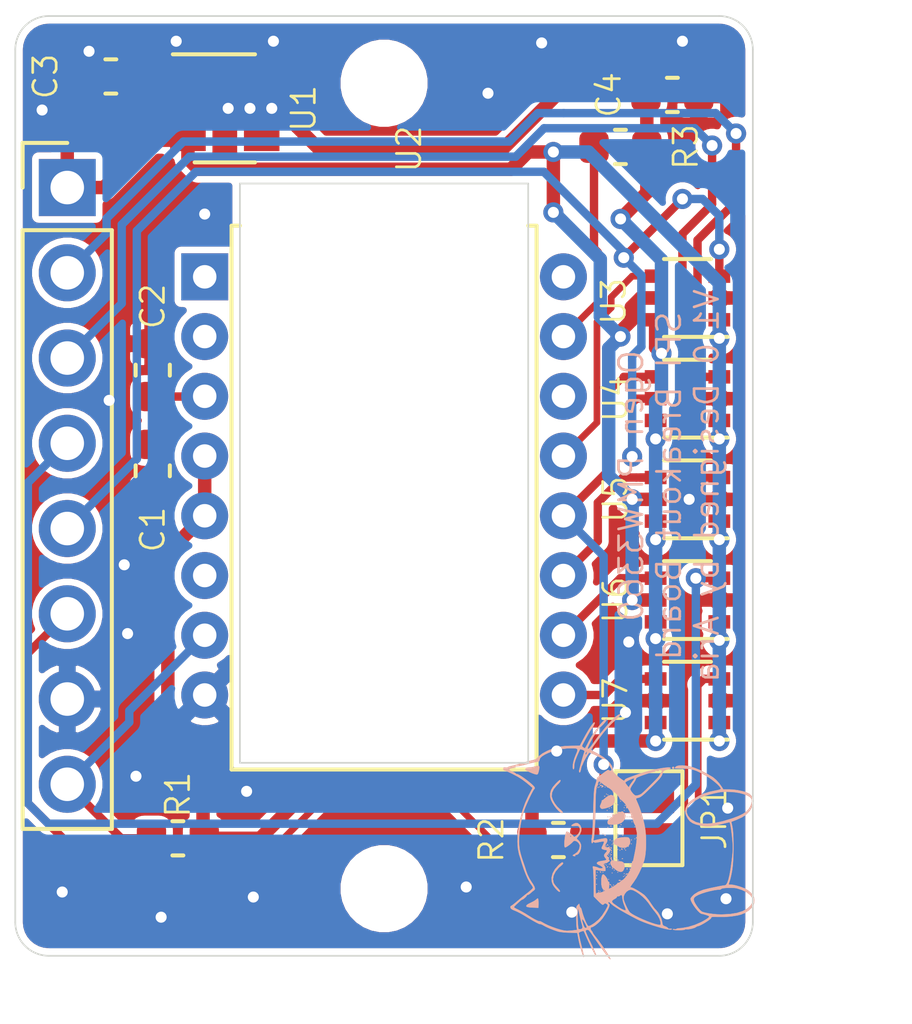
<source format=kicad_pcb>
(kicad_pcb (version 20171130) (host pcbnew "(5.1.6)-1")
  (layers (0 F.Cu signal) (31 B.Cu signal) (34 B.Paste user) (35 F.Paste user) (36 B.SilkS user) (37 F.SilkS user) (38 B.Mask user) (39 F.Mask user) (44 Edge.Cuts user))
  (net 0 "")
  (net 1 GND)
  (net 2 "Net-(C1-Pad1)")
  (net 3 VCC)
  (net 4 NRESET)
  (net 5 MOT-H)
  (net 6 SS-H)
  (net 7 SCLK-H)
  (net 8 MOSI-H)
  (net 9 MISO-H)
  (net 10 "Net-(JP1-Pad1)")
  (net 11 MISO)
  (net 12 "Net-(R3-Pad2)")
  (net 13 "Net-(U1-Pad4)")
  (net 14 MOT)
  (net 15 "Net-(U2-Pad1)")
  (net 16 SCLK)
  (net 17 "Net-(U2-Pad2)")
  (net 18 MOSI)
  (net 19 SS)
  (net 20 "Net-(U2-Pad14)")
  (net 21 "Net-(U2-Pad6)")
  (net 22 "Net-(U2-Pad16)")
  (net 23 VDD)
  (module "Custom Parts:Catmelon_Small" (layer B.Cu) (at 41.2 35.95 270)
    (fp_text reference G*** hide)
    (fp_text value LOGO hide)
  )
  (module Connector_PinHeader_2.54mm:PinHeader_1x08_P2.54mm_Vertical (layer F.Cu) (at 25.55 25)
    (fp_text reference J1 hide)
    (fp_text value Input)
    (pad 8 thru_hole oval (at 0 8.89) (size 1.7 1.7) (drill 1) (layers *.Cu *.Mask) (net 4 NRESET))
    (pad 7 thru_hole oval (at 0 6.35) (size 1.7 1.7) (drill 1) (layers *.Cu *.Mask) (net 1 GND))
    (pad 6 thru_hole oval (at 0 3.81) (size 1.7 1.7) (drill 1) (layers *.Cu *.Mask) (net 5 MOT-H))
    (pad 5 thru_hole oval (at 0 1.27) (size 1.7 1.7) (drill 1) (layers *.Cu *.Mask) (net 6 SS-H))
    (pad 4 thru_hole oval (at 0 -1.27) (size 1.7 1.7) (drill 1) (layers *.Cu *.Mask) (net 7 SCLK-H))
    (pad 3 thru_hole oval (at 0 -3.81) (size 1.7 1.7) (drill 1) (layers *.Cu *.Mask) (net 8 MOSI-H))
    (pad 2 thru_hole oval (at 0 -6.35) (size 1.7 1.7) (drill 1) (layers *.Cu *.Mask) (net 9 MISO-H))
    (pad 1 thru_hole rect (at 0 -8.89) (size 1.7 1.7) (drill 1) (layers *.Cu *.Mask) (net 3 VCC))
  )
  (module MountingHole:MountingHole_2.2mm_M2 (layer F.Cu) (at 35 37)
    (fp_text reference REF** hide)
    (fp_text value MountingHole_2.2mm_M2)
    (pad 1 np_thru_hole circle (at 0 0) (size 2.2 2.2) (drill 2.2) (layers *.Cu *.Mask))
  )
  (module MountingHole:MountingHole_2.2mm_M2 (layer F.Cu) (at 35 13)
    (fp_text reference REF** hide)
    (fp_text value MountingHole_2.2mm_M2)
    (pad 1 np_thru_hole circle (at 0 0) (size 2.2 2.2) (drill 2.2) (layers *.Cu *.Mask))
  )
  (module Resistor_SMD:R_0603_1608Metric (layer F.Cu) (at 42.05 14.9 180)
    (fp_text reference R3 (at -1.95 0 90) (layer F.SilkS) (effects (font (size 0.7 0.7) (thickness 0.08))))
    (fp_text value 39R)
    (pad 1 smd roundrect (at -0.7875 0 180) (size 0.875 0.95) (layers F.Cu F.Paste F.Mask) (net 23 VDD))
    (pad 2 smd roundrect (at 0.7875 0 180) (size 0.875 0.95) (layers F.Cu F.Paste F.Mask) (net 12 "Net-(R3-Pad2)"))
  )
  (module Package_TO_SOT_SMD:SOT-23-5 (layer F.Cu) (at 30.25 13.75)
    (fp_text reference U1 (at 2.35 0 90) (layer F.SilkS) (effects (font (size 0.7 0.7) (thickness 0.08))))
    (fp_text value TLV70019)
    (pad 5 smd rect (at 1.1 -0.95) (size 1.06 0.65) (layers F.Cu F.Paste F.Mask) (net 23 VDD))
    (pad 4 smd rect (at 1.1 0.95) (size 1.06 0.65) (layers F.Cu F.Paste F.Mask) (net 13 "Net-(U1-Pad4)"))
    (pad 3 smd rect (at -1.1 0.95) (size 1.06 0.65) (layers F.Cu F.Paste F.Mask) (net 3 VCC))
    (pad 2 smd rect (at -1.1 0) (size 1.06 0.65) (layers F.Cu F.Paste F.Mask) (net 1 GND))
    (pad 1 smd rect (at -1.1 -0.95) (size 1.06 0.65) (layers F.Cu F.Paste F.Mask) (net 3 VCC))
  )
  (module Package_TO_SOT_SMD:SOT-363_SC-70-6 (layer F.Cu) (at 44.05 31.4 180)
    (fp_text reference U7 (at 2.15 0 90) (layer F.SilkS) (effects (font (size 0.7 0.7) (thickness 0.08))))
    (fp_text value SN74LVC1T45DCK)
    (pad 1 smd rect (at -0.95 -0.65 180) (size 0.65 0.4) (layers F.Cu F.Paste F.Mask) (net 3 VCC))
    (pad 3 smd rect (at -0.95 0.65 180) (size 0.65 0.4) (layers F.Cu F.Paste F.Mask) (net 5 MOT-H))
    (pad 5 smd rect (at 0.95 0 180) (size 0.65 0.4) (layers F.Cu F.Paste F.Mask) (net 1 GND))
    (pad 2 smd rect (at -0.95 0 180) (size 0.65 0.4) (layers F.Cu F.Paste F.Mask) (net 1 GND))
    (pad 4 smd rect (at 0.95 0.65 180) (size 0.65 0.4) (layers F.Cu F.Paste F.Mask) (net 14 MOT))
    (pad 6 smd rect (at 0.95 -0.65 180) (size 0.65 0.4) (layers F.Cu F.Paste F.Mask) (net 23 VDD))
  )
  (module Package_TO_SOT_SMD:SOT-363_SC-70-6 (layer F.Cu) (at 44.05 28.4 180)
    (fp_text reference U6 (at 2.15 0 90) (layer F.SilkS) (effects (font (size 0.7 0.7) (thickness 0.08))))
    (fp_text value SN74LVC1T45DCK)
    (pad 1 smd rect (at -0.95 -0.65 180) (size 0.65 0.4) (layers F.Cu F.Paste F.Mask) (net 3 VCC))
    (pad 3 smd rect (at -0.95 0.65 180) (size 0.65 0.4) (layers F.Cu F.Paste F.Mask) (net 7 SCLK-H))
    (pad 5 smd rect (at 0.95 0 180) (size 0.65 0.4) (layers F.Cu F.Paste F.Mask) (net 3 VCC))
    (pad 2 smd rect (at -0.95 0 180) (size 0.65 0.4) (layers F.Cu F.Paste F.Mask) (net 1 GND))
    (pad 4 smd rect (at 0.95 0.65 180) (size 0.65 0.4) (layers F.Cu F.Paste F.Mask) (net 16 SCLK))
    (pad 6 smd rect (at 0.95 -0.65 180) (size 0.65 0.4) (layers F.Cu F.Paste F.Mask) (net 23 VDD))
  )
  (module Package_TO_SOT_SMD:SOT-363_SC-70-6 (layer F.Cu) (at 44.05 25.4 180)
    (fp_text reference U5 (at 2.15 0 90) (layer F.SilkS) (effects (font (size 0.7 0.7) (thickness 0.08))))
    (fp_text value SN74LVC1T45DCK)
    (pad 1 smd rect (at -0.95 -0.65 180) (size 0.65 0.4) (layers F.Cu F.Paste F.Mask) (net 3 VCC))
    (pad 3 smd rect (at -0.95 0.65 180) (size 0.65 0.4) (layers F.Cu F.Paste F.Mask) (net 8 MOSI-H))
    (pad 5 smd rect (at 0.95 0 180) (size 0.65 0.4) (layers F.Cu F.Paste F.Mask) (net 3 VCC))
    (pad 2 smd rect (at -0.95 0 180) (size 0.65 0.4) (layers F.Cu F.Paste F.Mask) (net 1 GND))
    (pad 4 smd rect (at 0.95 0.65 180) (size 0.65 0.4) (layers F.Cu F.Paste F.Mask) (net 18 MOSI))
    (pad 6 smd rect (at 0.95 -0.65 180) (size 0.65 0.4) (layers F.Cu F.Paste F.Mask) (net 23 VDD))
  )
  (module Package_TO_SOT_SMD:SOT-363_SC-70-6 (layer F.Cu) (at 44.05 22.4 180)
    (fp_text reference U4 (at 2.15 0 90) (layer F.SilkS) (effects (font (size 0.7 0.7) (thickness 0.08))))
    (fp_text value SN74LVC1T45DCK)
    (pad 1 smd rect (at -0.95 -0.65 180) (size 0.65 0.4) (layers F.Cu F.Paste F.Mask) (net 3 VCC))
    (pad 3 smd rect (at -0.95 0.65 180) (size 0.65 0.4) (layers F.Cu F.Paste F.Mask) (net 9 MISO-H))
    (pad 5 smd rect (at 0.95 0 180) (size 0.65 0.4) (layers F.Cu F.Paste F.Mask) (net 6 SS-H))
    (pad 2 smd rect (at -0.95 0 180) (size 0.65 0.4) (layers F.Cu F.Paste F.Mask) (net 1 GND))
    (pad 4 smd rect (at 0.95 0.65 180) (size 0.65 0.4) (layers F.Cu F.Paste F.Mask) (net 11 MISO))
    (pad 6 smd rect (at 0.95 -0.65 180) (size 0.65 0.4) (layers F.Cu F.Paste F.Mask) (net 23 VDD))
  )
  (module Package_TO_SOT_SMD:SOT-363_SC-70-6 (layer F.Cu) (at 44.05 19.4 180)
    (fp_text reference U3 (at 2.2 -0.1 90) (layer F.SilkS) (effects (font (size 0.7 0.7) (thickness 0.08))))
    (fp_text value SN74LVC1T45DCK)
    (pad 1 smd rect (at -0.95 -0.65 180) (size 0.65 0.4) (layers F.Cu F.Paste F.Mask) (net 3 VCC))
    (pad 3 smd rect (at -0.95 0.65 180) (size 0.65 0.4) (layers F.Cu F.Paste F.Mask) (net 6 SS-H))
    (pad 5 smd rect (at 0.95 0 180) (size 0.65 0.4) (layers F.Cu F.Paste F.Mask) (net 3 VCC))
    (pad 2 smd rect (at -0.95 0 180) (size 0.65 0.4) (layers F.Cu F.Paste F.Mask) (net 1 GND))
    (pad 4 smd rect (at 0.95 0.65 180) (size 0.65 0.4) (layers F.Cu F.Paste F.Mask) (net 19 SS))
    (pad 6 smd rect (at 0.95 -0.65 180) (size 0.65 0.4) (layers F.Cu F.Paste F.Mask) (net 23 VDD))
  )
  (module "Custom Parts:PMW3360DM-T2QU" (layer F.Cu) (at 35 25)
    (fp_text reference U2 (at 0.746 -10.04 270) (layer F.SilkS) (effects (font (size 0.7 0.7) (thickness 0.08))))
    (fp_text value PMW3360DM-T2QU)
    (fp_line (start 4.3 -9.01) (end -4.3 -9.01) (layer Edge.Cuts) (width 0.05))
    (fp_line (start 4.3 8.25) (end -4.3 8.25) (layer Edge.Cuts) (width 0.05))
    (fp_line (start -4.3 -9.01) (end -4.3 8.25) (layer Edge.Cuts) (width 0.05))
    (fp_line (start 4.3 -9.01) (end 4.3 8.25) (layer Edge.Cuts) (width 0.05))
    (pad 9 thru_hole circle (at 5.35 6.23 180) (size 1.4 1.4) (drill 0.7) (layers *.Cu *.Mask) (net 14 MOT))
    (pad 1 thru_hole rect (at -5.35 -6.23 180) (size 1.4 1.4) (drill 0.7) (layers *.Cu *.Mask) (net 15 "Net-(U2-Pad1)"))
    (pad 10 thru_hole circle (at 5.35 4.45 180) (size 1.4 1.4) (drill 0.7) (layers *.Cu *.Mask) (net 16 SCLK))
    (pad 2 thru_hole circle (at -5.35 -4.45 180) (size 1.4 1.4) (drill 0.7) (layers *.Cu *.Mask) (net 17 "Net-(U2-Pad2)"))
    (pad 11 thru_hole circle (at 5.35 2.67 180) (size 1.4 1.4) (drill 0.7) (layers *.Cu *.Mask) (net 18 MOSI))
    (pad 3 thru_hole circle (at -5.35 -2.67 180) (size 1.4 1.4) (drill 0.7) (layers *.Cu *.Mask) (net 2 "Net-(C1-Pad1)"))
    (pad 12 thru_hole circle (at 5.35 0.89 180) (size 1.4 1.4) (drill 0.7) (layers *.Cu *.Mask) (net 11 MISO))
    (pad 4 thru_hole circle (at -5.35 -0.89 180) (size 1.4 1.4) (drill 0.7) (layers *.Cu *.Mask) (net 23 VDD))
    (pad 13 thru_hole circle (at 5.35 -0.89 180) (size 1.4 1.4) (drill 0.7) (layers *.Cu *.Mask) (net 19 SS))
    (pad 5 thru_hole circle (at -5.35 0.89 180) (size 1.4 1.4) (drill 0.7) (layers *.Cu *.Mask) (net 23 VDD))
    (pad 14 thru_hole circle (at 5.35 -2.67 180) (size 1.4 1.4) (drill 0.7) (layers *.Cu *.Mask) (net 20 "Net-(U2-Pad14)"))
    (pad 6 thru_hole circle (at -5.35 2.67 180) (size 1.4 1.4) (drill 0.7) (layers *.Cu *.Mask) (net 21 "Net-(U2-Pad6)"))
    (pad 15 thru_hole circle (at 5.35 -4.45 180) (size 1.4 1.4) (drill 0.7) (layers *.Cu *.Mask) (net 12 "Net-(R3-Pad2)"))
    (pad 7 thru_hole circle (at -5.35 4.45 180) (size 1.4 1.4) (drill 0.7) (layers *.Cu *.Mask) (net 4 NRESET))
    (pad 16 thru_hole circle (at 5.35 -6.23 180) (size 1.4 1.4) (drill 0.7) (layers *.Cu *.Mask) (net 22 "Net-(U2-Pad16)"))
    (pad 8 thru_hole circle (at -5.35 6.23 180) (size 1.4 1.4) (drill 0.7) (layers *.Cu *.Mask) (net 1 GND))
  )
  (module Resistor_SMD:R_0603_1608Metric (layer F.Cu) (at 40.2 35.55 180)
    (fp_text reference R2 (at 2 0 90) (layer F.SilkS) (effects (font (size 0.7 0.7) (thickness 0.08))))
    (fp_text value 10k)
    (pad 2 smd roundrect (at 0.7875 0 180) (size 0.875 0.95) (layers F.Cu F.Paste F.Mask) (net 23 VDD))
    (pad 1 smd roundrect (at -0.7875 0 180) (size 0.875 0.95) (layers F.Cu F.Paste F.Mask) (net 10 "Net-(JP1-Pad1)"))
  )
  (module Resistor_SMD:R_0603_1608Metric (layer F.Cu) (at 28.85 35.5)
    (fp_text reference R1 (at 0 -1.3 90) (layer F.SilkS) (effects (font (size 0.7 0.7) (thickness 0.08))))
    (fp_text value 10k)
    (pad 1 smd roundrect (at -0.7875 0) (size 0.875 0.95) (layers F.Cu F.Paste F.Mask) (net 4 NRESET))
    (pad 2 smd roundrect (at 0.7875 0) (size 0.875 0.95) (layers F.Cu F.Paste F.Mask) (net 23 VDD))
  )
  (module Jumper:SolderJumper-2_P1.3mm_Open_Pad1.0x1.5mm (layer F.Cu) (at 42.9 34.9 90)
    (fp_text reference JP1 (at 0 1.95 270) (layer F.SilkS) (effects (font (size 0.7 0.7) (thickness 0.08))))
    (fp_text value Jumper)
    (pad 1 smd rect (at -0.65 0 90) (size 1 1.5) (layers F.Cu F.Mask) (net 10 "Net-(JP1-Pad1)"))
    (pad 2 smd rect (at 0.65 0 90) (size 1 1.5) (layers F.Cu F.Mask) (net 11 MISO))
  )
  (module Capacitor_SMD:C_0603_1608Metric (layer F.Cu) (at 43.6 13.35)
    (fp_text reference C4 (at -1.9 0 90) (layer F.SilkS) (effects (font (size 0.7 0.7) (thickness 0.08))))
    (fp_text value 1uF)
    (pad 2 smd roundrect (at 0.7875 0) (size 0.875 0.95) (layers F.Cu F.Paste F.Mask) (net 1 GND))
    (pad 1 smd roundrect (at -0.7875 0) (size 0.875 0.95) (layers F.Cu F.Paste F.Mask) (net 23 VDD))
  )
  (module Capacitor_SMD:C_0603_1608Metric (layer F.Cu) (at 26.85 12.8 180)
    (fp_text reference C3 (at 1.95 0 90) (layer F.SilkS) (effects (font (size 0.7 0.7) (thickness 0.08))))
    (fp_text value 1uF)
    (pad 2 smd roundrect (at 0.7875 0 180) (size 0.875 0.95) (layers F.Cu F.Paste F.Mask) (net 1 GND))
    (pad 1 smd roundrect (at -0.7875 0 180) (size 0.875 0.95) (layers F.Cu F.Paste F.Mask) (net 3 VCC))
  )
  (module Capacitor_SMD:C_0603_1608Metric (layer F.Cu) (at 28.1 21.55 90)
    (fp_text reference C2 (at 1.9 0 270) (layer F.SilkS) (effects (font (size 0.7 0.7) (thickness 0.08))))
    (fp_text value 100nF)
    (pad 2 smd roundrect (at 0.7875 0 90) (size 0.875 0.95) (layers F.Cu F.Paste F.Mask) (net 1 GND))
    (pad 1 smd roundrect (at -0.7875 0 90) (size 0.875 0.95) (layers F.Cu F.Paste F.Mask) (net 2 "Net-(C1-Pad1)"))
  )
  (module Capacitor_SMD:C_0603_1608Metric (layer F.Cu) (at 28.1 24.55 270)
    (fp_text reference C1 (at 1.75 0 270) (layer F.SilkS) (effects (font (size 0.7 0.7) (thickness 0.08))))
    (fp_text value 4.7uF)
    (pad 2 smd roundrect (at 0.7875 0 270) (size 0.875 0.95) (layers F.Cu F.Paste F.Mask) (net 1 GND))
    (pad 1 smd roundrect (at -0.7875 0 270) (size 0.875 0.95) (layers F.Cu F.Paste F.Mask) (net 2 "Net-(C1-Pad1)"))
  )
  (gr_arc (start 25 38) (end 24 38) (angle -90) (layer Edge.Cuts) (width 0.05))
  (gr_arc (start 25 12) (end 25 11) (angle -90) (layer Edge.Cuts) (width 0.05))
  (gr_arc (start 45 12) (end 46 12) (angle -90) (layer Edge.Cuts) (width 0.05))
  (gr_arc (start 45 38) (end 45 39) (angle -90) (layer Edge.Cuts) (width 0.05))
  (gr_text "Ogen PMW3360\nSPI Breakout Board\nV1.0 Designed by Aria" (at 43.5 25 90) (layer B.SilkS) (effects (font (size 0.7 0.7) (thickness 0.08)) (justify mirror)))
  (gr_line (start 46 38) (end 46 12) (layer Edge.Cuts) (width 0.05))
  (gr_line (start 45 11) (end 25 11) (layer Edge.Cuts) (width 0.05))
  (gr_line (start 24 12) (end 24 38) (layer Edge.Cuts) (width 0.05))
  (gr_line (start 25 39) (end 45 39) (layer Edge.Cuts) (width 0.05))
  (via (at 31.65 13.75) (size 0.6) (drill 0.33) (layers F.Cu B.Cu) (net 1))
  (via (at 31 13.75) (size 0.6) (drill 0.33) (layers F.Cu B.Cu) (net 1))
  (via (at 30.35 13.75) (size 0.6) (drill 0.33) (layers F.Cu B.Cu) (net 1))
  (via (at 25.4 37.1) (size 0.6) (drill 0.33) (layers F.Cu B.Cu) (net 1))
  (via (at 45.2 37.3) (size 0.6) (drill 0.33) (layers F.Cu B.Cu) (net 1))
  (via (at 31.1 37.25) (size 0.6) (drill 0.33) (layers F.Cu B.Cu) (net 1))
  (via (at 42.2 31.75) (size 0.6) (drill 0.33) (layers F.Cu B.Cu) (net 1))
  (via (at 42.3 29.65) (size 0.6) (drill 0.33) (layers F.Cu B.Cu) (net 1))
  (via (at 44.1 25.4) (size 0.6) (drill 0.33) (layers F.Cu B.Cu) (net 1))
  (via (at 27.6 33.65) (size 0.6) (drill 0.33) (layers F.Cu B.Cu) (net 1))
  (via (at 40.15 32.9) (size 0.6) (drill 0.33) (layers F.Cu B.Cu) (net 1))
  (via (at 30.9 34.1) (size 0.6) (drill 0.33) (layers F.Cu B.Cu) (net 1))
  (via (at 45.25 34.6) (size 0.6) (drill 0.33) (layers F.Cu B.Cu) (net 1))
  (via (at 43.45 37.75) (size 0.6) (drill 0.33) (layers F.Cu B.Cu) (net 1))
  (via (at 28.35 37.85) (size 0.6) (drill 0.33) (layers F.Cu B.Cu) (net 1))
  (via (at 31.7 11.75) (size 0.6) (drill 0.33) (layers F.Cu B.Cu) (net 1))
  (via (at 28.8 11.75) (size 0.6) (drill 0.33) (layers F.Cu B.Cu) (net 1))
  (via (at 43.9 11.75) (size 0.6) (drill 0.33) (layers F.Cu B.Cu) (net 1))
  (via (at 24.8 13.8) (size 0.6) (drill 0.33) (layers F.Cu B.Cu) (net 1))
  (via (at 40.6 37.7) (size 0.6) (drill 0.33) (layers F.Cu B.Cu) (net 1))
  (via (at 37.45 36.95) (size 0.6) (drill 0.33) (layers F.Cu B.Cu) (net 1))
  (via (at 26.2 12.05) (size 0.6) (drill 0.33) (layers F.Cu B.Cu) (net 1))
  (via (at 39.7 11.8) (size 0.6) (drill 0.33) (layers F.Cu B.Cu) (net 1))
  (via (at 27.35 29.4) (size 0.6) (drill 0.33) (layers F.Cu B.Cu) (net 1))
  (via (at 27.25 27.35) (size 0.6) (drill 0.33) (layers F.Cu B.Cu) (net 1))
  (via (at 26.8 22.45) (size 0.6) (drill 0.33) (layers F.Cu B.Cu) (net 1))
  (via (at 29.65 16.9) (size 0.6) (drill 0.33) (layers F.Cu B.Cu) (net 1))
  (via (at 38.1 13.3) (size 0.6) (drill 0.33) (layers F.Cu B.Cu) (net 1))
  (segment (start 29.6325 22.3125) (end 29.65 22.33) (width 0.25) (layer F.Cu) (net 2))
  (segment (start 28.1 22.3375) (end 28.1 23.7625) (width 0.25) (layer F.Cu) (net 2))
  (segment (start 29.6425 22.3375) (end 29.65 22.33) (width 0.25) (layer F.Cu) (net 2))
  (segment (start 28.1 22.3375) (end 29.6425 22.3375) (width 0.25) (layer F.Cu) (net 2))
  (via (at 45 26.6) (size 0.6) (drill 0.33) (layers F.Cu B.Cu) (net 3))
  (segment (start 45 26.05) (end 45 26.6) (width 0.4) (layer F.Cu) (net 3))
  (via (at 45 23.6) (size 0.6) (drill 0.33) (layers F.Cu B.Cu) (net 3))
  (segment (start 45 29.05) (end 45 29.6) (width 0.4) (layer F.Cu) (net 3))
  (via (at 45 29.6) (size 0.6) (drill 0.33) (layers F.Cu B.Cu) (net 3))
  (via (at 42.4 25.4) (size 0.6) (drill 0.33) (layers F.Cu B.Cu) (net 3))
  (segment (start 43.1 25.4) (end 42.4 25.4) (width 0.4) (layer F.Cu) (net 3))
  (via (at 42.4 28.4) (size 0.6) (drill 0.33) (layers F.Cu B.Cu) (net 3))
  (segment (start 43.1 28.4) (end 42.4 28.4) (width 0.4) (layer F.Cu) (net 3))
  (segment (start 45 20.05) (end 45 20.6) (width 0.4) (layer F.Cu) (net 3))
  (via (at 45 20.6) (size 0.6) (drill 0.33) (layers F.Cu B.Cu) (net 3))
  (segment (start 42.4 28.4) (end 42.4 27.197524) (width 0.4) (layer B.Cu) (net 3))
  (segment (start 43.1 19.4) (end 42.65 19.4) (width 0.4) (layer F.Cu) (net 3))
  (segment (start 42.65 19.4) (end 42.374999 19.675001) (width 0.4) (layer F.Cu) (net 3))
  (segment (start 42.374999 20.075001) (end 42.05 20.4) (width 0.4) (layer F.Cu) (net 3))
  (segment (start 42.05 20.4) (end 42.05 20.55) (width 0.4) (layer F.Cu) (net 3))
  (segment (start 42.374999 19.675001) (end 42.374999 20.075001) (width 0.4) (layer F.Cu) (net 3))
  (via (at 42.05 20.55) (size 0.6) (drill 0.33) (layers F.Cu B.Cu) (net 3))
  (segment (start 45 23.05) (end 45 23.6) (width 0.4) (layer F.Cu) (net 3))
  (segment (start 25.55 16.11) (end 26.64 16.11) (width 0.4) (layer F.Cu) (net 3))
  (segment (start 26.64 16.11) (end 27.6375 15.1125) (width 0.4) (layer F.Cu) (net 3))
  (segment (start 28.05 14.7) (end 27.6375 15.1125) (width 0.4) (layer F.Cu) (net 3))
  (segment (start 29.15 14.7) (end 28.05 14.7) (width 0.4) (layer F.Cu) (net 3))
  (via (at 45 32.6) (size 0.6) (drill 0.33) (layers F.Cu B.Cu) (net 3))
  (segment (start 45 32.05) (end 45 32.6) (width 0.4) (layer F.Cu) (net 3))
  (via (at 40.05 16.85) (size 0.6) (drill 0.33) (layers F.Cu B.Cu) (net 3))
  (segment (start 41.450001 18.241999) (end 40.058002 16.85) (width 0.4) (layer B.Cu) (net 3))
  (segment (start 40.058002 16.85) (end 40.05 16.85) (width 0.4) (layer B.Cu) (net 3))
  (segment (start 45 32.6) (end 45 20.6) (width 0.4) (layer B.Cu) (net 3))
  (segment (start 41.699999 20.900001) (end 42.05 20.55) (width 0.4) (layer B.Cu) (net 3))
  (segment (start 42.4 25.4) (end 41.699999 24.699999) (width 0.4) (layer B.Cu) (net 3))
  (segment (start 41.699999 24.699999) (end 41.699999 20.900001) (width 0.4) (layer B.Cu) (net 3))
  (segment (start 41.450001 19.950001) (end 42.05 20.55) (width 0.4) (layer B.Cu) (net 3))
  (segment (start 41.450001 18.241999) (end 41.450001 19.950001) (width 0.4) (layer B.Cu) (net 3))
  (segment (start 42.4 25.4) (end 42.4 27.197524) (width 0.4) (layer B.Cu) (net 3))
  (segment (start 40.05 16.85) (end 40.05 15.05) (width 0.4) (layer F.Cu) (net 3))
  (segment (start 40.05 15.05) (end 40.05 15.05) (width 0.4) (layer F.Cu) (net 3))
  (via (at 40.05 15.05) (size 0.6) (drill 0.33) (layers F.Cu B.Cu) (net 3))
  (segment (start 29.46499 15.56499) (end 29.15 15.25) (width 0.4) (layer F.Cu) (net 3))
  (segment (start 29.15 15.25) (end 29.15 14.7) (width 0.4) (layer F.Cu) (net 3))
  (segment (start 38.783552 15.56499) (end 29.46499 15.56499) (width 0.4) (layer F.Cu) (net 3))
  (segment (start 40.05 15.05) (end 39.298542 15.05) (width 0.4) (layer F.Cu) (net 3))
  (segment (start 39.298542 15.05) (end 38.783552 15.56499) (width 0.4) (layer F.Cu) (net 3))
  (segment (start 29.15 12.8) (end 27.6375 12.8) (width 0.4) (layer F.Cu) (net 3))
  (segment (start 25.55 16.11) (end 25.55 14.7) (width 0.4) (layer F.Cu) (net 3))
  (segment (start 25.55 14.7) (end 26.25 14) (width 0.4) (layer F.Cu) (net 3))
  (segment (start 26.25 14) (end 27.35 14) (width 0.4) (layer F.Cu) (net 3))
  (segment (start 27.6375 13.7125) (end 27.6375 12.8) (width 0.4) (layer F.Cu) (net 3))
  (segment (start 27.35 14) (end 27.6375 13.7125) (width 0.4) (layer F.Cu) (net 3))
  (segment (start 41.094888 15.05) (end 40.05 15.05) (width 0.4) (layer B.Cu) (net 3))
  (segment (start 45 20.6) (end 45 18.955112) (width 0.4) (layer B.Cu) (net 3))
  (segment (start 45 18.955112) (end 41.094888 15.05) (width 0.4) (layer B.Cu) (net 3))
  (segment (start 25.55 33.974998) (end 25.55 33.98) (width 0.25) (layer B.Cu) (net 4))
  (segment (start 27.16 35.5) (end 28.0625 35.5) (width 0.25) (layer F.Cu) (net 4))
  (segment (start 25.55 33.89) (end 27.16 35.5) (width 0.25) (layer F.Cu) (net 4))
  (segment (start 25.55 33.89) (end 27.4 32.04) (width 0.25) (layer B.Cu) (net 4))
  (segment (start 27.4 31.7) (end 29.65 29.45) (width 0.25) (layer B.Cu) (net 4))
  (segment (start 27.4 32.04) (end 27.4 31.7) (width 0.25) (layer B.Cu) (net 4))
  (segment (start 24.374999 29.985001) (end 25.55 28.81) (width 0.25) (layer F.Cu) (net 5))
  (segment (start 24.374999 34.454001) (end 24.374999 29.985001) (width 0.25) (layer F.Cu) (net 5))
  (segment (start 44.369999 30.919999) (end 44.369999 35.870003) (width 0.2) (layer F.Cu) (net 5))
  (segment (start 44.539998 30.75) (end 44.369999 30.919999) (width 0.25) (layer F.Cu) (net 5))
  (segment (start 44.369999 35.870003) (end 43.640002 36.6) (width 0.25) (layer F.Cu) (net 5))
  (segment (start 31.242466 36.264654) (end 31.242466 36.30001) (width 0.25) (layer F.Cu) (net 5))
  (segment (start 45 30.75) (end 44.539998 30.75) (width 0.25) (layer F.Cu) (net 5))
  (segment (start 43.640002 36.6) (end 39.25386 36.6) (width 0.25) (layer F.Cu) (net 5))
  (segment (start 36.82888 34.17502) (end 33.3321 34.17502) (width 0.2) (layer F.Cu) (net 5))
  (segment (start 33.3321 34.17502) (end 31.242466 36.264654) (width 0.2) (layer F.Cu) (net 5))
  (segment (start 31.242466 36.30001) (end 26.221008 36.30001) (width 0.25) (layer F.Cu) (net 5))
  (segment (start 39.25386 36.6) (end 36.82888 34.17502) (width 0.2) (layer F.Cu) (net 5))
  (segment (start 26.221008 36.30001) (end 24.374999 34.454001) (width 0.25) (layer F.Cu) (net 5))
  (via (at 45 17.95) (size 0.6) (drill 0.33) (layers F.Cu B.Cu) (net 6))
  (segment (start 45 18.75) (end 45 17.95) (width 0.25) (layer F.Cu) (net 6))
  (via (at 42.15 18.2) (size 0.6) (drill 0.33) (layers F.Cu B.Cu) (net 6))
  (segment (start 42.15 18.024998) (end 39.764992 15.63999) (width 0.25) (layer B.Cu) (net 6))
  (segment (start 39.764992 15.63999) (end 29.385008 15.63999) (width 0.25) (layer B.Cu) (net 6))
  (segment (start 42.15 18.2) (end 42.15 18.024998) (width 0.25) (layer B.Cu) (net 6))
  (segment (start 42.675001 18.725001) (end 42.15 18.2) (width 0.25) (layer B.Cu) (net 6))
  (segment (start 42.675001 20.850001) (end 42.675001 18.725001) (width 0.25) (layer B.Cu) (net 6))
  (via (at 42.4 24.125) (size 0.6) (drill 0.33) (layers F.Cu B.Cu) (net 6))
  (segment (start 42.4 21.125002) (end 42.675001 20.850001) (width 0.25) (layer B.Cu) (net 6))
  (segment (start 42.4 24.125) (end 42.4 21.125002) (width 0.25) (layer B.Cu) (net 6))
  (segment (start 42.525 22.4) (end 43.1 22.4) (width 0.25) (layer F.Cu) (net 6))
  (segment (start 42.4 24.125) (end 42.4 22.525) (width 0.25) (layer F.Cu) (net 6))
  (segment (start 42.4 22.525) (end 42.525 22.4) (width 0.25) (layer F.Cu) (net 6))
  (segment (start 42.4 21.125002) (end 42.4 21.25) (width 0.25) (layer B.Cu) (net 6))
  (segment (start 29.385008 15.63999) (end 27.625021 17.399977) (width 0.25) (layer B.Cu) (net 6))
  (segment (start 27.625021 17.399977) (end 27.625021 24.194979) (width 0.25) (layer B.Cu) (net 6))
  (segment (start 27.625021 24.194979) (end 25.55 26.27) (width 0.25) (layer B.Cu) (net 6))
  (via (at 43.9 16.45) (size 0.6) (drill 0.33) (layers F.Cu B.Cu) (net 6))
  (segment (start 42.15 18.2) (end 43.9 16.45) (width 0.25) (layer F.Cu) (net 6))
  (segment (start 43.9 16.45) (end 44.5 16.45) (width 0.25) (layer B.Cu) (net 6))
  (segment (start 45 16.95) (end 45 17.95) (width 0.25) (layer B.Cu) (net 6))
  (segment (start 44.5 16.45) (end 45 16.95) (width 0.25) (layer B.Cu) (net 6))
  (via (at 44.3 27.75) (size 0.6) (drill 0.33) (layers F.Cu B.Cu) (net 7))
  (segment (start 44.3 27.75) (end 45 27.75) (width 0.25) (layer F.Cu) (net 7))
  (segment (start 44.3 32.6) (end 44.3 27.75) (width 0.25) (layer B.Cu) (net 7))
  (segment (start 24.374999 24.905001) (end 24.374999 34.454001) (width 0.25) (layer B.Cu) (net 7))
  (segment (start 44.3 33.9) (end 44.3 32.6) (width 0.25) (layer B.Cu) (net 7))
  (segment (start 25.55 23.73) (end 24.374999 24.905001) (width 0.25) (layer B.Cu) (net 7))
  (segment (start 24.374999 34.454001) (end 24.985999 35.065001) (width 0.25) (layer B.Cu) (net 7))
  (segment (start 24.985999 35.065001) (end 43.134999 35.065001) (width 0.25) (layer B.Cu) (net 7))
  (segment (start 43.134999 35.065001) (end 44.3 33.9) (width 0.25) (layer B.Cu) (net 7))
  (segment (start 39.772933 14.343099) (end 44.269785 14.343099) (width 0.25) (layer B.Cu) (net 8))
  (segment (start 44.269785 14.343099) (end 44.784457 14.857771) (width 0.25) (layer B.Cu) (net 8))
  (via (at 44.784457 14.857771) (size 0.6) (drill 0.33) (layers F.Cu B.Cu) (net 8))
  (segment (start 39.772933 14.343099) (end 38.926052 15.18998) (width 0.25) (layer B.Cu) (net 8))
  (segment (start 38.926052 15.18998) (end 29.198608 15.18998) (width 0.25) (layer B.Cu) (net 8))
  (segment (start 27.175011 19.564989) (end 25.55 21.19) (width 0.25) (layer B.Cu) (net 8))
  (segment (start 27.175012 17.213576) (end 27.175011 19.564989) (width 0.25) (layer B.Cu) (net 8))
  (segment (start 29.198608 15.18998) (end 27.175012 17.213576) (width 0.25) (layer B.Cu) (net 8))
  (segment (start 44.784457 16.604131) (end 44.784457 14.857771) (width 0.25) (layer F.Cu) (net 8))
  (segment (start 45 24.75) (end 44.2 24.75) (width 0.25) (layer F.Cu) (net 8))
  (segment (start 43.89999 17.488598) (end 44.784457 16.604131) (width 0.25) (layer F.Cu) (net 8))
  (segment (start 43.899989 24.449989) (end 43.89999 17.488598) (width 0.25) (layer F.Cu) (net 8))
  (segment (start 44.2 24.75) (end 43.899989 24.449989) (width 0.25) (layer F.Cu) (net 8))
  (via (at 45.5 14.5) (size 0.6) (drill 0.33) (layers F.Cu B.Cu) (net 9))
  (segment (start 40.356911 13.893089) (end 44.893089 13.893089) (width 0.25) (layer B.Cu) (net 9))
  (segment (start 44.893089 13.893089) (end 45.5 14.5) (width 0.25) (layer B.Cu) (net 9))
  (segment (start 39.586533 13.893089) (end 40.356911 13.893089) (width 0.25) (layer B.Cu) (net 9))
  (segment (start 26.725001 17.474999) (end 25.55 18.65) (width 0.25) (layer B.Cu) (net 9))
  (segment (start 26.725001 17.474999) (end 26.725003 17.027175) (width 0.25) (layer B.Cu) (net 9))
  (segment (start 26.725003 17.027175) (end 29.012208 14.73997) (width 0.25) (layer B.Cu) (net 9))
  (segment (start 29.012208 14.73997) (end 38.739652 14.73997) (width 0.25) (layer B.Cu) (net 9))
  (segment (start 38.739652 14.73997) (end 39.586533 13.893089) (width 0.25) (layer B.Cu) (net 9))
  (segment (start 44.55 21.75) (end 45 21.75) (width 0.25) (layer F.Cu) (net 9))
  (segment (start 45.5 16.524998) (end 44.349999 17.674999) (width 0.25) (layer F.Cu) (net 9))
  (segment (start 44.349999 21.549999) (end 44.55 21.75) (width 0.25) (layer F.Cu) (net 9))
  (segment (start 44.349999 17.674999) (end 44.349999 21.549999) (width 0.25) (layer F.Cu) (net 9))
  (segment (start 45.5 14.5) (end 45.5 16.524998) (width 0.25) (layer F.Cu) (net 9))
  (segment (start 40.9875 35.55) (end 42.9 35.55) (width 0.25) (layer F.Cu) (net 10))
  (via (at 41.55 33.3) (size 0.6) (drill 0.33) (layers F.Cu B.Cu) (net 11))
  (segment (start 41.55 27.09) (end 40.35 25.89) (width 0.25) (layer B.Cu) (net 11))
  (segment (start 41.55 33.3) (end 41.55 27.09) (width 0.25) (layer B.Cu) (net 11))
  (segment (start 42.9 34.25) (end 41.8 34.25) (width 0.25) (layer F.Cu) (net 11))
  (segment (start 41.55 34) (end 41.55 33.3) (width 0.25) (layer F.Cu) (net 11))
  (segment (start 41.8 34.25) (end 41.55 34) (width 0.25) (layer F.Cu) (net 11))
  (segment (start 41.750009 23.27569) (end 41.750011 23.275688) (width 0.25) (layer F.Cu) (net 11))
  (segment (start 40.35 25.89) (end 41.750009 24.489991) (width 0.25) (layer F.Cu) (net 11))
  (segment (start 41.750009 24.489991) (end 41.750009 23.27569) (width 0.25) (layer F.Cu) (net 11))
  (segment (start 43.1 21.75) (end 42.150011 21.75) (width 0.25) (layer F.Cu) (net 11))
  (segment (start 41.750011 24.489989) (end 40.35 25.89) (width 0.25) (layer F.Cu) (net 11))
  (segment (start 41.750011 22.15) (end 41.750011 24.489989) (width 0.2) (layer F.Cu) (net 11))
  (segment (start 42.150011 21.75) (end 41.750011 22.15) (width 0.2) (layer F.Cu) (net 11))
  (segment (start 40.3875 20.5875) (end 40.35 20.55) (width 0.25) (layer F.Cu) (net 12))
  (segment (start 41.375001 19.524999) (end 40.35 20.55) (width 0.2) (layer F.Cu) (net 12))
  (segment (start 41.375001 18.037499) (end 41.375001 19.524999) (width 0.2) (layer F.Cu) (net 12))
  (segment (start 41.2625 17.924998) (end 41.375001 18.037499) (width 0.25) (layer F.Cu) (net 12))
  (segment (start 41.2625 15.2) (end 41.2625 17.924998) (width 0.25) (layer F.Cu) (net 12))
  (segment (start 41.57 31.23) (end 42.05 30.75) (width 0.25) (layer F.Cu) (net 14))
  (segment (start 40.35 31.23) (end 41.57 31.23) (width 0.25) (layer F.Cu) (net 14))
  (segment (start 43.1 30.75) (end 42.05 30.75) (width 0.25) (layer F.Cu) (net 14))
  (segment (start 42.05 27.75) (end 40.35 29.45) (width 0.25) (layer F.Cu) (net 16))
  (segment (start 43.1 27.75) (end 42.05 27.75) (width 0.25) (layer F.Cu) (net 16))
  (segment (start 42.639998 24.75) (end 43.1 24.75) (width 0.25) (layer F.Cu) (net 18))
  (segment (start 41.375001 26.644999) (end 40.35 27.67) (width 0.25) (layer F.Cu) (net 18))
  (segment (start 43.1 24.75) (end 42.525 24.75) (width 0.25) (layer F.Cu) (net 18))
  (segment (start 41.375001 26.644999) (end 41.375001 25.501409) (width 0.25) (layer F.Cu) (net 18))
  (segment (start 42.12641 24.75) (end 42.525 24.75) (width 0.25) (layer F.Cu) (net 18))
  (segment (start 41.375001 25.501409) (end 42.12641 24.75) (width 0.25) (layer F.Cu) (net 18))
  (segment (start 41.350001 20.115698) (end 41.350001 23.109999) (width 0.2) (layer F.Cu) (net 19))
  (segment (start 41.775011 19.690688) (end 41.350001 20.115698) (width 0.2) (layer F.Cu) (net 19))
  (segment (start 41.350001 23.109999) (end 40.35 24.11) (width 0.2) (layer F.Cu) (net 19))
  (segment (start 41.775011 19.374989) (end 41.775011 19.690688) (width 0.2) (layer F.Cu) (net 19))
  (segment (start 42.4 18.75) (end 41.775011 19.374989) (width 0.2) (layer F.Cu) (net 19))
  (segment (start 43.1 18.75) (end 42.4 18.75) (width 0.2) (layer F.Cu) (net 19))
  (segment (start 29.65 25.89) (end 29.65 24.11) (width 0.4) (layer F.Cu) (net 23))
  (segment (start 32.3 34.5) (end 33.12499 33.67501) (width 0.4) (layer F.Cu) (net 23))
  (segment (start 38.02501 33.67501) (end 33.12499 33.67501) (width 0.4) (layer F.Cu) (net 23))
  (via (at 43.1 32.6) (size 0.6) (drill 0.33) (layers F.Cu B.Cu) (net 23))
  (segment (start 43.1 32.05) (end 43.1 32.6) (width 0.4) (layer F.Cu) (net 23))
  (via (at 43.1 29.55) (size 0.6) (drill 0.33) (layers F.Cu B.Cu) (net 23))
  (segment (start 43.1 29.05) (end 43.1 29.55) (width 0.4) (layer F.Cu) (net 23))
  (via (at 43.1 26.6) (size 0.6) (drill 0.33) (layers F.Cu B.Cu) (net 23))
  (segment (start 43.1 26.05) (end 43.1 26.6) (width 0.4) (layer F.Cu) (net 23))
  (via (at 43.1 23.6) (size 0.6) (drill 0.33) (layers F.Cu B.Cu) (net 23))
  (segment (start 43.1 23.05) (end 43.1 23.6) (width 0.4) (layer F.Cu) (net 23))
  (segment (start 38.57499 33.67501) (end 38.27501 33.67501) (width 0.4) (layer F.Cu) (net 23))
  (segment (start 38.27501 33.67501) (end 38.02501 33.67501) (width 0.4) (layer F.Cu) (net 23))
  (segment (start 43.1 23.6) (end 43.1 32.6) (width 0.4) (layer B.Cu) (net 23))
  (segment (start 39.4125 33.71252) (end 39.37499 33.67501) (width 0.4) (layer F.Cu) (net 23))
  (segment (start 39.4125 35.55) (end 39.4125 33.71252) (width 0.4) (layer F.Cu) (net 23))
  (segment (start 39.37499 33.67501) (end 38.57499 33.67501) (width 0.4) (layer F.Cu) (net 23))
  (segment (start 41.213998 32.6) (end 43.1 32.6) (width 0.4) (layer F.Cu) (net 23))
  (segment (start 39.37499 33.67501) (end 40.138988 33.67501) (width 0.4) (layer F.Cu) (net 23))
  (segment (start 42.8125 15.175) (end 42.8375 15.2) (width 0.4) (layer F.Cu) (net 23))
  (via (at 43.274989 21.049998) (size 0.6) (drill 0.33) (layers F.Cu B.Cu) (net 23))
  (segment (start 43.1 20.05) (end 43.1 20.875009) (width 0.4) (layer F.Cu) (net 23))
  (segment (start 43.1 20.875009) (end 43.274989 21.049998) (width 0.4) (layer F.Cu) (net 23))
  (segment (start 42.8375 15.2) (end 42.85 15.2125) (width 0.4) (layer F.Cu) (net 23))
  (via (at 42.054443 17.045557) (size 0.6) (drill 0.33) (layers F.Cu B.Cu) (net 23))
  (segment (start 28.549999 26.990001) (end 29.65 25.89) (width 0.4) (layer F.Cu) (net 23))
  (segment (start 28.549999 32.449999) (end 28.549999 26.990001) (width 0.4) (layer F.Cu) (net 23))
  (segment (start 29.6 33.5) (end 28.549999 32.449999) (width 0.4) (layer F.Cu) (net 23))
  (segment (start 31.3 35.5) (end 32.3 34.5) (width 0.4) (layer F.Cu) (net 23))
  (segment (start 29.6375 35.5) (end 31.3 35.5) (width 0.4) (layer F.Cu) (net 23))
  (segment (start 29.6 35.4625) (end 29.6375 35.5) (width 0.4) (layer F.Cu) (net 23))
  (segment (start 29.6 33.5) (end 29.6 35.4625) (width 0.4) (layer F.Cu) (net 23))
  (segment (start 43.274989 18.266103) (end 42.054443 17.045557) (width 0.4) (layer B.Cu) (net 23))
  (segment (start 43.274989 21.049998) (end 43.274989 18.266103) (width 0.4) (layer B.Cu) (net 23))
  (segment (start 43.1 22.499978) (end 43.274989 22.324989) (width 0.4) (layer B.Cu) (net 23))
  (segment (start 43.1 23.6) (end 43.1 22.499978) (width 0.4) (layer B.Cu) (net 23))
  (segment (start 43.274989 21.049998) (end 43.274989 22.324989) (width 0.4) (layer B.Cu) (net 23))
  (segment (start 40.849999 32.963999) (end 40.849999 33.300001) (width 0.4) (layer F.Cu) (net 23))
  (segment (start 41.213998 32.6) (end 40.849999 32.963999) (width 0.4) (layer F.Cu) (net 23))
  (segment (start 40.47499 33.67501) (end 40.138988 33.67501) (width 0.4) (layer F.Cu) (net 23))
  (segment (start 40.849999 33.300001) (end 40.47499 33.67501) (width 0.4) (layer F.Cu) (net 23))
  (segment (start 38.53502 14.96498) (end 39.85 13.65) (width 0.4) (layer F.Cu) (net 23))
  (segment (start 32.1 12.8) (end 32.4 13.1) (width 0.4) (layer F.Cu) (net 23))
  (segment (start 31.35 12.8) (end 32.1 12.8) (width 0.4) (layer F.Cu) (net 23))
  (segment (start 33.06498 14.96498) (end 38.53502 14.96498) (width 0.4) (layer F.Cu) (net 23))
  (segment (start 32.4 13.1) (end 32.4 14.3) (width 0.4) (layer F.Cu) (net 23))
  (segment (start 32.4 14.3) (end 33.06498 14.96498) (width 0.4) (layer F.Cu) (net 23))
  (segment (start 40.15 13.35) (end 39.85 13.65) (width 0.4) (layer F.Cu) (net 23))
  (segment (start 42.8125 13.35) (end 40.15 13.35) (width 0.4) (layer F.Cu) (net 23))
  (segment (start 42.8375 13.375) (end 42.8125 13.35) (width 0.4) (layer F.Cu) (net 23))
  (segment (start 42.8375 14.9) (end 42.8375 13.375) (width 0.4) (layer F.Cu) (net 23))
  (segment (start 42.8375 16.2625) (end 42.054443 17.045557) (width 0.4) (layer F.Cu) (net 23))
  (segment (start 42.8375 14.9) (end 42.8375 16.2625) (width 0.4) (layer F.Cu) (net 23))
  (zone (net 1) (net_name GND) (layer F.Cu) (connect_pads (clearance 0.2)) (min_thickness 0.2) (fill yes (arc_segments 32) (thermal_gap 0.2) (thermal_bridge_width 0.5))
    (polygon (pts (xy 46.25 39.3) (xy 23.75 39.3) (xy 23.75 10.85) (xy 46.25 10.85)))
  )
  (zone (net 1) (net_name GND) (layer B.Cu) (connect_pads (clearance 0.2)) (min_thickness 0.2) (fill yes (arc_segments 32) (thermal_gap 0.2) (thermal_bridge_width 0.5))
    (polygon (pts (xy 46.25 39.3) (xy 23.75 39.3) (xy 23.75 10.85) (xy 46.25 10.85)))
  )
)
</source>
